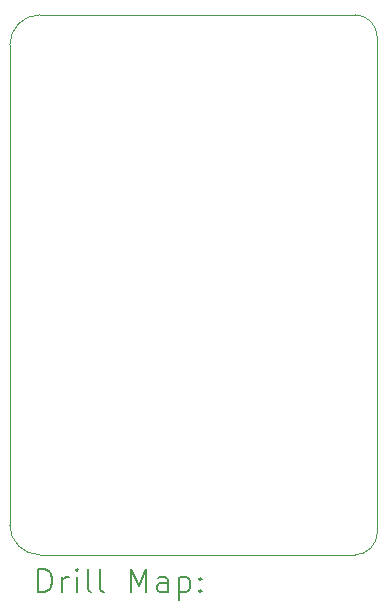
<source format=gbr>
%TF.GenerationSoftware,KiCad,Pcbnew,7.0.2*%
%TF.CreationDate,2023-04-27T12:11:38-07:00*%
%TF.ProjectId,Flamingo Nano 33 BLE Rev 2,466c616d-696e-4676-9f20-4e616e6f2033,rev?*%
%TF.SameCoordinates,Original*%
%TF.FileFunction,Drillmap*%
%TF.FilePolarity,Positive*%
%FSLAX45Y45*%
G04 Gerber Fmt 4.5, Leading zero omitted, Abs format (unit mm)*
G04 Created by KiCad (PCBNEW 7.0.2) date 2023-04-27 12:11:38*
%MOMM*%
%LPD*%
G01*
G04 APERTURE LIST*
%ADD10C,0.100000*%
%ADD11C,0.200000*%
G04 APERTURE END LIST*
D10*
X8191500Y-5207000D02*
G75*
G03*
X7937500Y-5461000I0J-254000D01*
G01*
X10858500Y-9779000D02*
X8191500Y-9779000D01*
X11049000Y-5397500D02*
X11049000Y-9588500D01*
X11049000Y-5397500D02*
G75*
G03*
X10858500Y-5207000I-190500J0D01*
G01*
X7937500Y-9525000D02*
X7937500Y-5461000D01*
X10858500Y-9779000D02*
G75*
G03*
X11049000Y-9588500I0J190500D01*
G01*
X7937500Y-9525000D02*
G75*
G03*
X8191500Y-9779000I254000J0D01*
G01*
X8191500Y-5207000D02*
X10858500Y-5207000D01*
D11*
X8180119Y-10096524D02*
X8180119Y-9896524D01*
X8180119Y-9896524D02*
X8227738Y-9896524D01*
X8227738Y-9896524D02*
X8256309Y-9906048D01*
X8256309Y-9906048D02*
X8275357Y-9925095D01*
X8275357Y-9925095D02*
X8284881Y-9944143D01*
X8284881Y-9944143D02*
X8294405Y-9982238D01*
X8294405Y-9982238D02*
X8294405Y-10010810D01*
X8294405Y-10010810D02*
X8284881Y-10048905D01*
X8284881Y-10048905D02*
X8275357Y-10067952D01*
X8275357Y-10067952D02*
X8256309Y-10087000D01*
X8256309Y-10087000D02*
X8227738Y-10096524D01*
X8227738Y-10096524D02*
X8180119Y-10096524D01*
X8380119Y-10096524D02*
X8380119Y-9963190D01*
X8380119Y-10001286D02*
X8389643Y-9982238D01*
X8389643Y-9982238D02*
X8399167Y-9972714D01*
X8399167Y-9972714D02*
X8418214Y-9963190D01*
X8418214Y-9963190D02*
X8437262Y-9963190D01*
X8503929Y-10096524D02*
X8503929Y-9963190D01*
X8503929Y-9896524D02*
X8494405Y-9906048D01*
X8494405Y-9906048D02*
X8503929Y-9915571D01*
X8503929Y-9915571D02*
X8513452Y-9906048D01*
X8513452Y-9906048D02*
X8503929Y-9896524D01*
X8503929Y-9896524D02*
X8503929Y-9915571D01*
X8627738Y-10096524D02*
X8608690Y-10087000D01*
X8608690Y-10087000D02*
X8599167Y-10067952D01*
X8599167Y-10067952D02*
X8599167Y-9896524D01*
X8732500Y-10096524D02*
X8713452Y-10087000D01*
X8713452Y-10087000D02*
X8703929Y-10067952D01*
X8703929Y-10067952D02*
X8703929Y-9896524D01*
X8961071Y-10096524D02*
X8961071Y-9896524D01*
X8961071Y-9896524D02*
X9027738Y-10039381D01*
X9027738Y-10039381D02*
X9094405Y-9896524D01*
X9094405Y-9896524D02*
X9094405Y-10096524D01*
X9275357Y-10096524D02*
X9275357Y-9991762D01*
X9275357Y-9991762D02*
X9265833Y-9972714D01*
X9265833Y-9972714D02*
X9246786Y-9963190D01*
X9246786Y-9963190D02*
X9208690Y-9963190D01*
X9208690Y-9963190D02*
X9189643Y-9972714D01*
X9275357Y-10087000D02*
X9256310Y-10096524D01*
X9256310Y-10096524D02*
X9208690Y-10096524D01*
X9208690Y-10096524D02*
X9189643Y-10087000D01*
X9189643Y-10087000D02*
X9180119Y-10067952D01*
X9180119Y-10067952D02*
X9180119Y-10048905D01*
X9180119Y-10048905D02*
X9189643Y-10029857D01*
X9189643Y-10029857D02*
X9208690Y-10020333D01*
X9208690Y-10020333D02*
X9256310Y-10020333D01*
X9256310Y-10020333D02*
X9275357Y-10010810D01*
X9370595Y-9963190D02*
X9370595Y-10163190D01*
X9370595Y-9972714D02*
X9389643Y-9963190D01*
X9389643Y-9963190D02*
X9427738Y-9963190D01*
X9427738Y-9963190D02*
X9446786Y-9972714D01*
X9446786Y-9972714D02*
X9456310Y-9982238D01*
X9456310Y-9982238D02*
X9465833Y-10001286D01*
X9465833Y-10001286D02*
X9465833Y-10058429D01*
X9465833Y-10058429D02*
X9456310Y-10077476D01*
X9456310Y-10077476D02*
X9446786Y-10087000D01*
X9446786Y-10087000D02*
X9427738Y-10096524D01*
X9427738Y-10096524D02*
X9389643Y-10096524D01*
X9389643Y-10096524D02*
X9370595Y-10087000D01*
X9551548Y-10077476D02*
X9561071Y-10087000D01*
X9561071Y-10087000D02*
X9551548Y-10096524D01*
X9551548Y-10096524D02*
X9542024Y-10087000D01*
X9542024Y-10087000D02*
X9551548Y-10077476D01*
X9551548Y-10077476D02*
X9551548Y-10096524D01*
X9551548Y-9972714D02*
X9561071Y-9982238D01*
X9561071Y-9982238D02*
X9551548Y-9991762D01*
X9551548Y-9991762D02*
X9542024Y-9982238D01*
X9542024Y-9982238D02*
X9551548Y-9972714D01*
X9551548Y-9972714D02*
X9551548Y-9991762D01*
M02*

</source>
